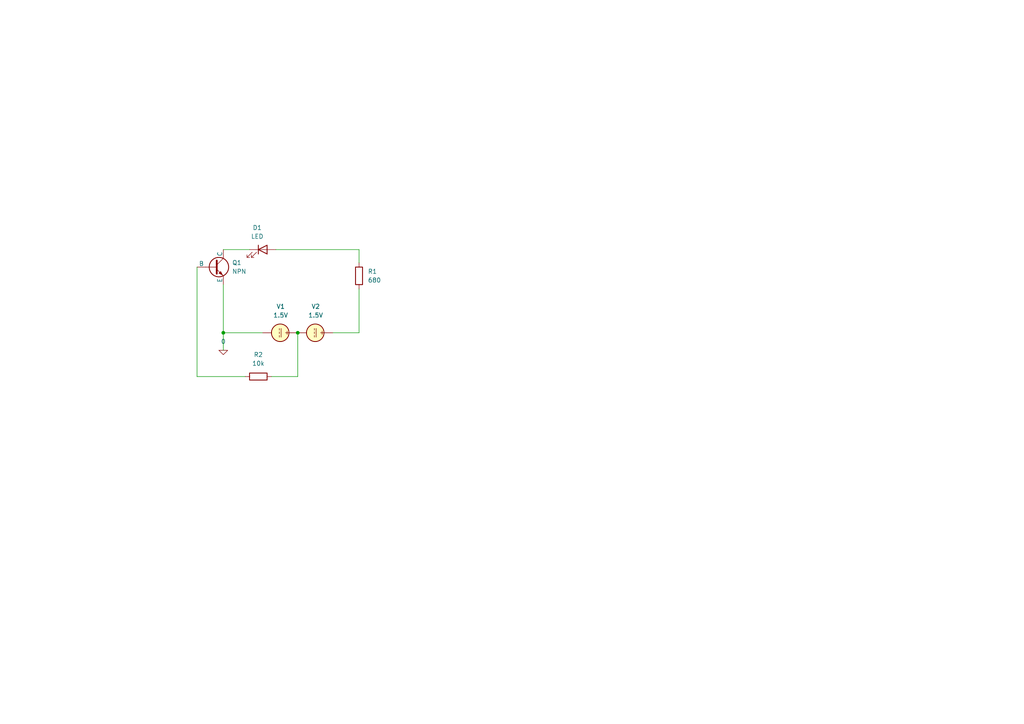
<source format=kicad_sch>
(kicad_sch (version 20250114) (generator "eeschema") (generator_version "9.0")
  (paper "A4")
  (lib_symbols
    (symbol "Device:LED" (pin_numbers (hide yes)) (pin_names (offset 1.016) (hide yes))
      (property "Reference" "D" (at 0 2.54 0))
      (property "Value" "LED" (at 0 -2.54 0))
      (symbol "LED_0_1"
        (polyline (pts (xy -3.048 -0.762) (xy -4.572 -2.286) (xy -3.81 -2.286) (xy -4.572 -2.286) (xy -4.572 -1.524)))
        (polyline (pts (xy -1.778 -0.762) (xy -3.302 -2.286) (xy -2.54 -2.286) (xy -3.302 -2.286) (xy -3.302 -1.524)))
        (polyline (pts (xy -1.27 0) (xy 1.27 0)))
        (polyline (pts (xy -1.27 -1.27) (xy -1.27 1.27)) (stroke (width 0.254)))
        (polyline (pts (xy 1.27 -1.27) (xy 1.27 1.27) (xy -1.27 0) (xy 1.27 -1.27)) (stroke (width 0.254)))
      )
      (symbol "LED_1_1"
        (pin passive line (at -3.81 0 0) (length 2.54) (name "K") (number "1"))
        (pin passive line (at 3.81 0 180) (length 2.54) (name "A") (number "2"))
      )
    )
    (symbol "Device:R" (pin_numbers (hide yes)) (pin_names (offset 0))
      (property "Reference" "R" (at 2.032 0 90))
      (property "Value" "R" (at 0 0 90))
      (symbol "R_0_1"
        (rectangle (start -1.016 -2.54) (end 1.016 2.54) (stroke (width 0.254)))
      )
      (symbol "R_1_1"
        (pin passive line (at 0 3.81 270) (length 1.27) (name "~") (number "1"))
        (pin passive line (at 0 -3.81 90) (length 1.27) (name "~") (number "2"))
      )
    )
    (symbol "Simulation_SPICE:0" (power) (pin_numbers (hide yes)) (pin_names (offset 0) (hide yes))
      (property "Value" "0" (at 0 -2.54 0))
      (symbol "0_0_1"
        (polyline (pts (xy -1.27 0) (xy 0 -1.27) (xy 1.27 0) (xy -1.27 0)))
      )
      (symbol "0_1_1"
        (pin power_in line (at 0 0 0) (length 0) (name "~") (number "1"))
      )
    )
    (symbol "Simulation_SPICE:NPN" (pin_numbers (hide yes)) (pin_names (offset 0))
      (property "Reference" "Q" (at -2.54 7.62 0))
      (property "Value" "NPN" (at -2.54 5.08 0))
      (symbol "NPN_0_1"
        (polyline (pts (xy -2.54 0) (xy 0.635 0)) (stroke (width 0.1524)))
        (polyline (pts (xy 0.635 1.905) (xy 0.635 -1.905) (xy 0.635 -1.905)) (stroke (width 0.508)))
        (polyline (pts (xy 0.635 0.635) (xy 2.54 2.54)))
        (polyline (pts (xy 0.635 -0.635) (xy 2.54 -2.54) (xy 2.54 -2.54)))
        (circle (center 1.27 0) (radius 2.8194) (stroke (width 0.254)))
        (polyline (pts (xy 1.27 -1.778) (xy 1.778 -1.27) (xy 2.286 -2.286) (xy 1.27 -1.778) (xy 1.27 -1.778)) (fill (type outline)))
        (polyline (pts (xy 2.794 -1.27) (xy 2.794 -1.27)) (stroke (width 0.1524)))
        (polyline (pts (xy 2.794 -1.27) (xy 2.794 -1.27)) (stroke (width 0.1524)))
      )
      (symbol "NPN_1_1"
        (pin input line (at -5.08 0 0) (length 2.54) (name "B") (number "2"))
        (pin open_collector line (at 2.54 5.08 270) (length 2.54) (name "C") (number "1"))
        (pin open_emitter line (at 2.54 -5.08 90) (length 2.54) (name "E") (number "3"))
      )
    )
    (symbol "Simulation_SPICE:VDC" (pin_numbers (hide yes)) (pin_names (offset 0.0254))
      (property "Reference" "V" (at 2.54 2.54 0))
      (property "Value" "1" (at 2.54 0 0))
      (symbol "VDC_0_0"
        (polyline (pts (xy -1.27 0.254) (xy 1.27 0.254)))
        (polyline (pts (xy -0.762 -0.254) (xy -1.27 -0.254)))
        (polyline (pts (xy 0.254 -0.254) (xy -0.254 -0.254)))
        (polyline (pts (xy 1.27 -0.254) (xy 0.762 -0.254)))
        (text "+" (at 0 1.905 0) (effects (font (size 1.27 1.27))))
      )
      (symbol "VDC_0_1"
        (circle (center 0 0) (radius 2.54) (stroke (width 0.254)) (fill (type background)))
      )
      (symbol "VDC_1_1"
        (pin passive line (at 0 5.08 270) (length 2.54) (name "~") (number "1"))
        (pin passive line (at 0 -5.08 90) (length 2.54) (name "~") (number "2"))
      )
    )
  )
  (junction (at 86.36 96.52))
  (junction (at 64.77 96.52))
  (wire (pts (xy 64.77 96.52) (xy 64.77 101.6)))
  (wire (pts (xy 78.74 109.22) (xy 86.36 109.22)))
  (wire (pts (xy 57.15 109.22) (xy 71.12 109.22)))
  (wire (pts (xy 64.77 82.55) (xy 64.77 96.52)))
  (wire (pts (xy 57.15 77.47) (xy 57.15 109.22)))
  (wire (pts (xy 80.01 72.39) (xy 104.14 72.39)))
  (wire (pts (xy 96.52 96.52) (xy 104.14 96.52)))
  (wire (pts (xy 86.36 96.52) (xy 86.36 109.22)))
  (wire (pts (xy 64.77 72.39) (xy 72.39 72.39)))
  (wire (pts (xy 104.14 83.82) (xy 104.14 96.52)))
  (wire (pts (xy 104.14 72.39) (xy 104.14 76.2)))
  (wire (pts (xy 64.77 96.52) (xy 76.2 96.52)))
  (symbol (lib_id "Device:R") (at 104.14 80.01 0) (unit 1)
    (property "Reference" "R1" (at 106.68 78.7399 0) (effects (justify left)))
    (property "Value" "680" (at 106.68 81.2799 0) (effects (justify left)))
    (property "Description" "Resistor" (effects (hide yes)))
  )
  (symbol (lib_id "Simulation_SPICE:VDC") (at 91.44 96.52 270) (unit 1)
    (property "Reference" "V2" (at 91.5698 88.9 90))
    (property "Value" "1.5V" (at 91.5698 91.44 90))
    (property "Datasheet" "https://ngspice.sourceforge.io/docs/ngspice-html-manual/manual.xhtml#sec_Independent_Sources_for" (effects (hide yes)))
    (property "Description" "Voltage source, DC" (effects (hide yes)))
    (property "Sim.Pins" "1=+ 2=-" (effects (hide yes)))
    (property "Sim.Type" "DC" (effects (hide yes)))
    (property "Sim.Device" "V" (effects (hide yes)))
  )
  (symbol (lib_id "Device:LED") (at 76.2 72.39 0) (unit 1)
    (property "Reference" "D1" (at 74.6125 66.04 0))
    (property "Value" "LED" (at 74.6125 68.58 0))
    (property "Description" "Light emitting diode" (effects (hide yes)))
    (property "Sim.Pins" "1=A 2=K" (effects (hide yes)))
    (property "Sim.Device" "D" (effects (hide yes)))
  )
  (symbol (lib_id "Simulation_SPICE:NPN") (at 62.23 77.47 0) (unit 1)
    (property "Reference" "Q1" (at 67.31 76.1999 0) (effects (justify left)))
    (property "Value" "NPN" (at 67.31 78.7399 0) (effects (justify left)))
    (property "Datasheet" "https://ngspice.sourceforge.io/docs/ngspice-html-manual/manual.xhtml#cha_BJTs" (effects (hide yes)))
    (property "Description" "Bipolar transistor symbol for simulation only, substrate tied to the emitter" (effects (hide yes)))
    (property "Sim.Device" "NPN" (effects (hide yes)))
    (property "Sim.Type" "GUMMELPOON" (effects (hide yes)))
    (property "Sim.Pins" "1=C 2=B 3=E" (effects (hide yes)))
  )
  (symbol (lib_id "Simulation_SPICE:VDC") (at 81.28 96.52 270) (unit 1)
    (property "Reference" "V1" (at 81.4098 88.9 90))
    (property "Value" "1.5V" (at 81.4098 91.44 90))
    (property "Datasheet" "https://ngspice.sourceforge.io/docs/ngspice-html-manual/manual.xhtml#sec_Independent_Sources_for" (effects (hide yes)))
    (property "Description" "Voltage source, DC" (effects (hide yes)))
    (property "Sim.Pins" "1=+ 2=-" (effects (hide yes)))
    (property "Sim.Type" "DC" (effects (hide yes)))
    (property "Sim.Device" "V" (effects (hide yes)))
  )
  (symbol (lib_id "Device:R") (at 74.93 109.22 90) (unit 1)
    (property "Reference" "R2" (at 74.93 102.87 90))
    (property "Value" "10k" (at 74.93 105.41 90))
    (property "Description" "Resistor" (effects (hide yes)))
  )
  (symbol (lib_id "Simulation_SPICE:0") (at 64.77 101.6 0) (unit 1)
    (property "Reference" "#GND01" (effects (hide yes)))
    (property "Value" "0" (at 64.77 99.06 0))
    (property "Datasheet" "https://ngspice.sourceforge.io/docs/ngspice-html-manual/manual.xhtml#subsec_Circuit_elements__device" (effects (hide yes)))
    (property "Description" "0V reference potential for simulation" (effects (hide yes)))
  )
)
</source>
